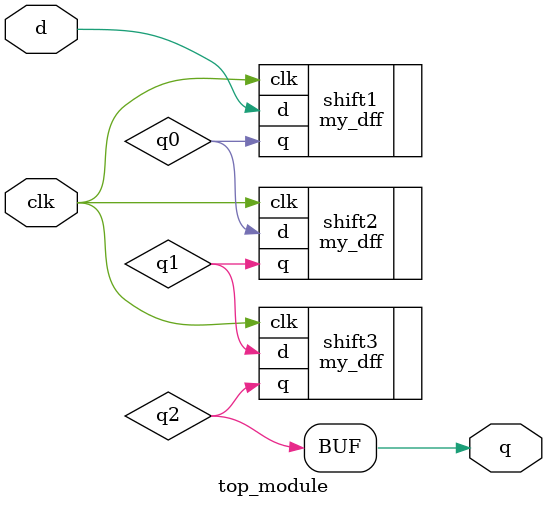
<source format=v>
module top_module ( input clk, input d, output q );
    wire q0, q1, q2;
    my_dff shift1(.clk(clk), .d(d), .q(q0));
    my_dff shift2(.clk(clk), .d(q0), .q(q1));
    my_dff shift3(.clk(clk), .d(q1), .q(q2));
    assign q = q2;

endmodule


</source>
